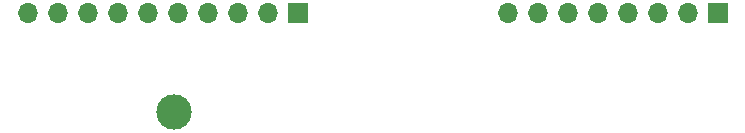
<source format=gbr>
%TF.GenerationSoftware,KiCad,Pcbnew,7.0.10*%
%TF.CreationDate,2024-02-18T18:22:22+01:00*%
%TF.ProjectId,flippy_multisensor,666c6970-7079-45f6-9d75-6c746973656e,rev?*%
%TF.SameCoordinates,Original*%
%TF.FileFunction,Soldermask,Bot*%
%TF.FilePolarity,Negative*%
%FSLAX46Y46*%
G04 Gerber Fmt 4.6, Leading zero omitted, Abs format (unit mm)*
G04 Created by KiCad (PCBNEW 7.0.10) date 2024-02-18 18:22:22*
%MOMM*%
%LPD*%
G01*
G04 APERTURE LIST*
%ADD10C,3.000000*%
%ADD11R,1.700000X1.700000*%
%ADD12O,1.700000X1.700000*%
G04 APERTURE END LIST*
D10*
%TO.C,U3*%
X15800000Y-14150000D03*
%TD*%
D11*
%TO.C,J2*%
X26295000Y-5750000D03*
D12*
X23755000Y-5750000D03*
X21215000Y-5750000D03*
X18675000Y-5750000D03*
X16135000Y-5750000D03*
X13595000Y-5750000D03*
X11055000Y-5750000D03*
X8515000Y-5750000D03*
X5975000Y-5750000D03*
X3435000Y-5750000D03*
%TD*%
D11*
%TO.C,J1*%
X61855000Y-5750000D03*
D12*
X59315000Y-5750000D03*
X56775000Y-5750000D03*
X54235000Y-5750000D03*
X51695000Y-5750000D03*
X49155000Y-5750000D03*
X46615000Y-5750000D03*
X44075000Y-5750000D03*
%TD*%
M02*

</source>
